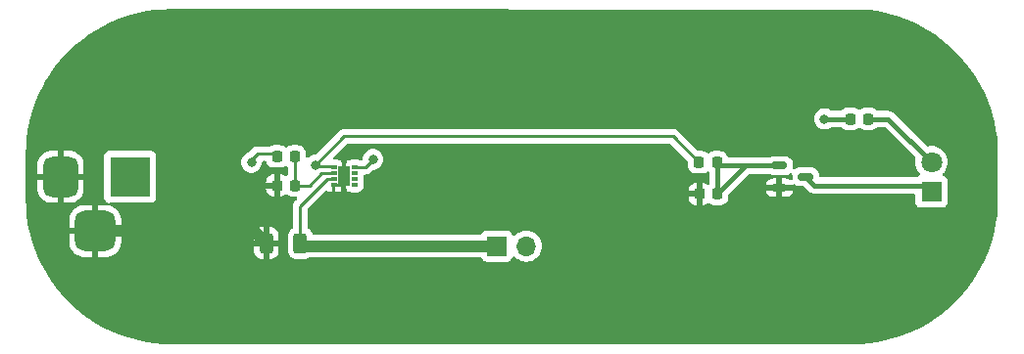
<source format=gbr>
%TF.GenerationSoftware,KiCad,Pcbnew,7.0.10*%
%TF.CreationDate,2024-11-23T20:10:39-08:00*%
%TF.ProjectId,charging-base rev1,63686172-6769-46e6-972d-626173652072,rev?*%
%TF.SameCoordinates,Original*%
%TF.FileFunction,Copper,L1,Top*%
%TF.FilePolarity,Positive*%
%FSLAX46Y46*%
G04 Gerber Fmt 4.6, Leading zero omitted, Abs format (unit mm)*
G04 Created by KiCad (PCBNEW 7.0.10) date 2024-11-23 20:10:39*
%MOMM*%
%LPD*%
G01*
G04 APERTURE LIST*
G04 Aperture macros list*
%AMRoundRect*
0 Rectangle with rounded corners*
0 $1 Rounding radius*
0 $2 $3 $4 $5 $6 $7 $8 $9 X,Y pos of 4 corners*
0 Add a 4 corners polygon primitive as box body*
4,1,4,$2,$3,$4,$5,$6,$7,$8,$9,$2,$3,0*
0 Add four circle primitives for the rounded corners*
1,1,$1+$1,$2,$3*
1,1,$1+$1,$4,$5*
1,1,$1+$1,$6,$7*
1,1,$1+$1,$8,$9*
0 Add four rect primitives between the rounded corners*
20,1,$1+$1,$2,$3,$4,$5,0*
20,1,$1+$1,$4,$5,$6,$7,0*
20,1,$1+$1,$6,$7,$8,$9,0*
20,1,$1+$1,$8,$9,$2,$3,0*%
G04 Aperture macros list end*
%TA.AperFunction,SMDPad,CuDef*%
%ADD10RoundRect,0.250000X-0.312500X-0.625000X0.312500X-0.625000X0.312500X0.625000X-0.312500X0.625000X0*%
%TD*%
%TA.AperFunction,SMDPad,CuDef*%
%ADD11RoundRect,0.225000X0.225000X0.250000X-0.225000X0.250000X-0.225000X-0.250000X0.225000X-0.250000X0*%
%TD*%
%TA.AperFunction,ComponentPad*%
%ADD12R,1.700000X1.700000*%
%TD*%
%TA.AperFunction,ComponentPad*%
%ADD13O,1.700000X1.700000*%
%TD*%
%TA.AperFunction,ComponentPad*%
%ADD14R,3.500000X3.500000*%
%TD*%
%TA.AperFunction,ComponentPad*%
%ADD15RoundRect,0.750000X-0.750000X-1.000000X0.750000X-1.000000X0.750000X1.000000X-0.750000X1.000000X0*%
%TD*%
%TA.AperFunction,ComponentPad*%
%ADD16RoundRect,0.875000X-0.875000X-0.875000X0.875000X-0.875000X0.875000X0.875000X-0.875000X0.875000X0*%
%TD*%
%TA.AperFunction,ComponentPad*%
%ADD17R,1.800000X1.800000*%
%TD*%
%TA.AperFunction,ComponentPad*%
%ADD18C,1.800000*%
%TD*%
%TA.AperFunction,SMDPad,CuDef*%
%ADD19RoundRect,0.225000X-0.225000X-0.250000X0.225000X-0.250000X0.225000X0.250000X-0.225000X0.250000X0*%
%TD*%
%TA.AperFunction,SMDPad,CuDef*%
%ADD20R,0.500000X0.300000*%
%TD*%
%TA.AperFunction,SMDPad,CuDef*%
%ADD21R,1.050000X1.750000*%
%TD*%
%TA.AperFunction,SMDPad,CuDef*%
%ADD22RoundRect,0.150000X-0.512500X-0.150000X0.512500X-0.150000X0.512500X0.150000X-0.512500X0.150000X0*%
%TD*%
%TA.AperFunction,ViaPad*%
%ADD23C,0.800000*%
%TD*%
%TA.AperFunction,Conductor*%
%ADD24C,0.250000*%
%TD*%
%TA.AperFunction,Conductor*%
%ADD25C,0.254000*%
%TD*%
%TA.AperFunction,Conductor*%
%ADD26C,0.381000*%
%TD*%
%TA.AperFunction,Conductor*%
%ADD27C,1.016000*%
%TD*%
G04 APERTURE END LIST*
D10*
%TO.P,R3,1*%
%TO.N,GND*%
X128787500Y-105750000D03*
%TO.P,R3,2*%
%TO.N,Net-(J2-Pin_1)*%
X131712500Y-105750000D03*
%TD*%
D11*
%TO.P,R4,1*%
%TO.N,Net-(Q1-G)*%
X167750000Y-101500000D03*
%TO.P,R4,2*%
%TO.N,GND*%
X166200000Y-101500000D03*
%TD*%
D12*
%TO.P,J2,1,Pin_1*%
%TO.N,Net-(J2-Pin_1)*%
X148710000Y-106000000D03*
D13*
%TO.P,J2,2,Pin_2*%
%TO.N,+VDC*%
X151250000Y-106000000D03*
%TD*%
D11*
%TO.P,R2,1*%
%TO.N,Net-(U1A--)*%
X131249999Y-98240001D03*
%TO.P,R2,2*%
%TO.N,/output-voltage*%
X129699999Y-98240001D03*
%TD*%
D14*
%TO.P,J1,1*%
%TO.N,+VDC*%
X117000000Y-100000000D03*
D15*
%TO.P,J1,2*%
%TO.N,GND*%
X111000000Y-100000000D03*
D16*
%TO.P,J1,3*%
X114000000Y-104700000D03*
%TD*%
D17*
%TO.P,D1,1,K*%
%TO.N,Net-(D1-K)*%
X186250000Y-101274999D03*
D18*
%TO.P,D1,2,A*%
%TO.N,Net-(D1-A)*%
X186250000Y-98734999D03*
%TD*%
D11*
%TO.P,R6,1*%
%TO.N,Net-(D1-A)*%
X180775000Y-95000000D03*
%TO.P,R6,2*%
%TO.N,+VDC*%
X179225000Y-95000000D03*
%TD*%
%TO.P,R1,1*%
%TO.N,Net-(U1A--)*%
X131250000Y-100750000D03*
%TO.P,R1,2*%
%TO.N,GND*%
X129700000Y-100750000D03*
%TD*%
D19*
%TO.P,R5,1*%
%TO.N,/output-voltage*%
X166175000Y-98750000D03*
%TO.P,R5,2*%
%TO.N,Net-(Q1-G)*%
X167725000Y-98750000D03*
%TD*%
D20*
%TO.P,U1,1*%
%TO.N,/output-voltage*%
X134600000Y-99187500D03*
%TO.P,U1,2,-*%
%TO.N,Net-(U1A--)*%
X134600000Y-99687500D03*
%TO.P,U1,3,+*%
%TO.N,Net-(J2-Pin_1)*%
X134600000Y-100187500D03*
%TO.P,U1,4,V-*%
%TO.N,GND*%
X134600000Y-100687500D03*
%TO.P,U1,5,+*%
%TO.N,unconnected-(U1B-+-Pad5)*%
X136400000Y-100687500D03*
%TO.P,U1,6,-*%
%TO.N,unconnected-(U1B---Pad6)*%
X136400000Y-100187500D03*
%TO.P,U1,7*%
%TO.N,unconnected-(U1-Pad7)*%
X136400000Y-99687500D03*
%TO.P,U1,8,V+*%
%TO.N,+VDC*%
X136400000Y-99187500D03*
D21*
%TO.P,U1,9,PAD*%
%TO.N,GND*%
X135500000Y-99937500D03*
%TD*%
D22*
%TO.P,Q1,1,D*%
%TO.N,Net-(D1-K)*%
X175387500Y-100000000D03*
%TO.P,Q1,2,G*%
%TO.N,Net-(Q1-G)*%
X173112500Y-99050000D03*
%TO.P,Q1,3,S*%
%TO.N,GND*%
X173112500Y-100950000D03*
%TD*%
D23*
%TO.N,+VDC*%
X138000000Y-98500000D03*
X177000000Y-95000000D03*
%TO.N,/output-voltage*%
X133000000Y-99000000D03*
X127500000Y-98750000D03*
%TD*%
D24*
%TO.N,GND*%
X135150000Y-100687500D02*
X135500000Y-100337500D01*
X134600000Y-100687500D02*
X135150000Y-100687500D01*
X135500000Y-100337500D02*
X135500000Y-99937500D01*
D25*
%TO.N,Net-(U1A--)*%
X132514067Y-100750000D02*
X131250000Y-100750000D01*
X133576567Y-99687500D02*
X132514067Y-100750000D01*
X134600000Y-99687500D02*
X133576567Y-99687500D01*
%TO.N,/output-voltage*%
X134512500Y-99100000D02*
X134600000Y-99187500D01*
X133100000Y-99100000D02*
X134512500Y-99100000D01*
X133000000Y-99000000D02*
X133100000Y-99100000D01*
D26*
%TO.N,Net-(D1-K)*%
X175387500Y-100000000D02*
X176137500Y-100750000D01*
X185725001Y-100750000D02*
X186250000Y-101274999D01*
X176137500Y-100750000D02*
X185725001Y-100750000D01*
%TO.N,Net-(D1-A)*%
X180775000Y-95000000D02*
X182515001Y-95000000D01*
X182515001Y-95000000D02*
X186250000Y-98734999D01*
D25*
%TO.N,+VDC*%
X137312500Y-99187500D02*
X138000000Y-98500000D01*
D26*
X179225000Y-95000000D02*
X177000000Y-95000000D01*
D25*
X136400000Y-99187500D02*
X137312500Y-99187500D01*
D27*
%TO.N,GND*%
X128787500Y-105750000D02*
X127737500Y-104700000D01*
X127737500Y-104700000D02*
X114000000Y-104700000D01*
D25*
%TO.N,Net-(J2-Pin_1)*%
X131712500Y-102537500D02*
X131712500Y-105750000D01*
X134062500Y-100187500D02*
X131712500Y-102537500D01*
X134600000Y-100187500D02*
X134062500Y-100187500D01*
D27*
X131962500Y-106000000D02*
X131712500Y-105750000D01*
X148710000Y-106000000D02*
X131962500Y-106000000D01*
D26*
%TO.N,Net-(Q1-G)*%
X167750000Y-98775000D02*
X167725000Y-98750000D01*
X170200000Y-99050000D02*
X167750000Y-101500000D01*
X173112500Y-99050000D02*
X170200000Y-99050000D01*
X167750000Y-101500000D02*
X167750000Y-98775000D01*
X168025000Y-99050000D02*
X173112500Y-99050000D01*
X167725000Y-98750000D02*
X168025000Y-99050000D01*
D25*
%TO.N,Net-(U1A--)*%
X131249999Y-98240001D02*
X131250000Y-100750000D01*
%TO.N,/output-voltage*%
X128000000Y-98000000D02*
X129459998Y-98000000D01*
X129459998Y-98000000D02*
X129699999Y-98240001D01*
X163925000Y-96500000D02*
X166175000Y-98750000D01*
X135500000Y-96500000D02*
X163925000Y-96500000D01*
X127500000Y-98500000D02*
X128000000Y-98000000D01*
X133000000Y-99000000D02*
X135500000Y-96500000D01*
X127500000Y-98750000D02*
X127500000Y-98500000D01*
%TD*%
%TA.AperFunction,Conductor*%
%TO.N,GND*%
G36*
X179424495Y-85508489D02*
G01*
X179424632Y-85508500D01*
X179433054Y-85508500D01*
X179497545Y-85508500D01*
X179498313Y-85508500D01*
X179501671Y-85508545D01*
X180172932Y-85526729D01*
X180179623Y-85527092D01*
X180847229Y-85581454D01*
X180853884Y-85582177D01*
X181517608Y-85672607D01*
X181524180Y-85673685D01*
X182181999Y-85799910D01*
X182188539Y-85801349D01*
X182838591Y-85963009D01*
X182845029Y-85964797D01*
X183485355Y-86161408D01*
X183491685Y-86163540D01*
X184120441Y-86394533D01*
X184126656Y-86397010D01*
X184741971Y-86661699D01*
X184748045Y-86664509D01*
X185133882Y-86855867D01*
X185348121Y-86962120D01*
X185354022Y-86965248D01*
X185937150Y-87294934D01*
X185942861Y-87298371D01*
X186507257Y-87659126D01*
X186512775Y-87662867D01*
X186842872Y-87899976D01*
X187056805Y-88053644D01*
X187062151Y-88057708D01*
X187584194Y-88477337D01*
X187589313Y-88481684D01*
X188087908Y-88928994D01*
X188092783Y-88933613D01*
X188566385Y-89407215D01*
X188571004Y-89412090D01*
X189018314Y-89910685D01*
X189022661Y-89915804D01*
X189442290Y-90437847D01*
X189446354Y-90443193D01*
X189683137Y-90772836D01*
X189837126Y-90987215D01*
X189840887Y-90992762D01*
X190201622Y-91557129D01*
X190205084Y-91562883D01*
X190534733Y-92145944D01*
X190537879Y-92151877D01*
X190835484Y-92751943D01*
X190838304Y-92758038D01*
X191102984Y-93373330D01*
X191105470Y-93379569D01*
X191336453Y-94008296D01*
X191338597Y-94014660D01*
X191535197Y-94654953D01*
X191536994Y-94661424D01*
X191698648Y-95311450D01*
X191700091Y-95318009D01*
X191826308Y-95975791D01*
X191827395Y-95982418D01*
X191917820Y-96646103D01*
X191918546Y-96652779D01*
X191972906Y-97320368D01*
X191973270Y-97327074D01*
X191991455Y-97998338D01*
X191991500Y-98001696D01*
X191991500Y-101998303D01*
X191991455Y-102001661D01*
X191973270Y-102672925D01*
X191972906Y-102679631D01*
X191918546Y-103347220D01*
X191917820Y-103353896D01*
X191827396Y-104017581D01*
X191826309Y-104024208D01*
X191700091Y-104681990D01*
X191698648Y-104688549D01*
X191536994Y-105338575D01*
X191535197Y-105345046D01*
X191338597Y-105985339D01*
X191336453Y-105991703D01*
X191105470Y-106620430D01*
X191102984Y-106626669D01*
X190838304Y-107241961D01*
X190835484Y-107248056D01*
X190537879Y-107848122D01*
X190534733Y-107854055D01*
X190205084Y-108437116D01*
X190201622Y-108442870D01*
X189840895Y-109007223D01*
X189837126Y-109012782D01*
X189446346Y-109556818D01*
X189442282Y-109562164D01*
X189022661Y-110084195D01*
X189018314Y-110089314D01*
X188571005Y-110587909D01*
X188566386Y-110592784D01*
X188092784Y-111066386D01*
X188087909Y-111071005D01*
X187589314Y-111518314D01*
X187584195Y-111522661D01*
X187062164Y-111942282D01*
X187056818Y-111946346D01*
X186512782Y-112337126D01*
X186507223Y-112340895D01*
X185942870Y-112701622D01*
X185937116Y-112705084D01*
X185354055Y-113034733D01*
X185348122Y-113037879D01*
X184748056Y-113335484D01*
X184741961Y-113338304D01*
X184126669Y-113602984D01*
X184120430Y-113605470D01*
X183491703Y-113836453D01*
X183485339Y-113838597D01*
X182845046Y-114035197D01*
X182838575Y-114036994D01*
X182188549Y-114198648D01*
X182181990Y-114200091D01*
X181524208Y-114326309D01*
X181517581Y-114327396D01*
X180853896Y-114417820D01*
X180847220Y-114418546D01*
X180179631Y-114472906D01*
X180172925Y-114473270D01*
X179501661Y-114491455D01*
X179498303Y-114491500D01*
X120501698Y-114491500D01*
X120498340Y-114491455D01*
X119827075Y-114473270D01*
X119820369Y-114472906D01*
X119152780Y-114418546D01*
X119146104Y-114417820D01*
X118482419Y-114327396D01*
X118475792Y-114326309D01*
X117818010Y-114200091D01*
X117811451Y-114198648D01*
X117161425Y-114036994D01*
X117154954Y-114035197D01*
X116514661Y-113838597D01*
X116508297Y-113836453D01*
X115879570Y-113605470D01*
X115873331Y-113602984D01*
X115258039Y-113338305D01*
X115251944Y-113335485D01*
X114651878Y-113037879D01*
X114645964Y-113034744D01*
X114062860Y-112705072D01*
X114057130Y-112701623D01*
X113492776Y-112340895D01*
X113492751Y-112340878D01*
X113487216Y-112337126D01*
X113273271Y-112183450D01*
X112943194Y-111946355D01*
X112937848Y-111942291D01*
X112415805Y-111522662D01*
X112410686Y-111518315D01*
X111912091Y-111071005D01*
X111907216Y-111066386D01*
X111433614Y-110592784D01*
X111428995Y-110587909D01*
X110981685Y-110089314D01*
X110977338Y-110084195D01*
X110557709Y-109562152D01*
X110553645Y-109556806D01*
X110399664Y-109342439D01*
X110162867Y-109012776D01*
X110159126Y-109007258D01*
X109798372Y-108442863D01*
X109794915Y-108437116D01*
X109465266Y-107854055D01*
X109462120Y-107848122D01*
X109217881Y-107355659D01*
X109164510Y-107248046D01*
X109161695Y-107241961D01*
X109146890Y-107207544D01*
X108897010Y-106626657D01*
X108894529Y-106620430D01*
X108860498Y-106527799D01*
X108663540Y-105991686D01*
X108661408Y-105985356D01*
X108464797Y-105345030D01*
X108463009Y-105338592D01*
X108301349Y-104688540D01*
X108299908Y-104681990D01*
X108296636Y-104664936D01*
X108255393Y-104450000D01*
X111750000Y-104450000D01*
X112566314Y-104450000D01*
X112540507Y-104490156D01*
X112500000Y-104628111D01*
X112500000Y-104771889D01*
X112540507Y-104909844D01*
X112566314Y-104950000D01*
X111750001Y-104950000D01*
X111750001Y-105668588D01*
X111752794Y-105721191D01*
X111797237Y-105950987D01*
X111879879Y-106169975D01*
X111998339Y-106371841D01*
X111998344Y-106371848D01*
X112149211Y-106550786D01*
X112149213Y-106550788D01*
X112328151Y-106701655D01*
X112328158Y-106701660D01*
X112530024Y-106820120D01*
X112749012Y-106902762D01*
X112978809Y-106947205D01*
X113031382Y-106949998D01*
X113031421Y-106949999D01*
X113749999Y-106949999D01*
X113750000Y-106949998D01*
X113750000Y-105200000D01*
X114250000Y-105200000D01*
X114250000Y-106949999D01*
X114968576Y-106949999D01*
X114968588Y-106949998D01*
X115021191Y-106947205D01*
X115250987Y-106902762D01*
X115469975Y-106820120D01*
X115671841Y-106701660D01*
X115671848Y-106701655D01*
X115850786Y-106550788D01*
X115850788Y-106550786D01*
X116001655Y-106371848D01*
X116001660Y-106371841D01*
X116120120Y-106169975D01*
X116184265Y-106000000D01*
X127725001Y-106000000D01*
X127725001Y-106424986D01*
X127735494Y-106527697D01*
X127790641Y-106694119D01*
X127790643Y-106694124D01*
X127882684Y-106843345D01*
X128006654Y-106967315D01*
X128155875Y-107059356D01*
X128155880Y-107059358D01*
X128322302Y-107114505D01*
X128322309Y-107114506D01*
X128425019Y-107124999D01*
X128537499Y-107124999D01*
X128537500Y-107124998D01*
X128537500Y-106000000D01*
X129037500Y-106000000D01*
X129037500Y-107124999D01*
X129149972Y-107124999D01*
X129149986Y-107124998D01*
X129252697Y-107114505D01*
X129419119Y-107059358D01*
X129419124Y-107059356D01*
X129568345Y-106967315D01*
X129692315Y-106843345D01*
X129784356Y-106694124D01*
X129784358Y-106694119D01*
X129839505Y-106527697D01*
X129839506Y-106527690D01*
X129849999Y-106424986D01*
X129850000Y-106424973D01*
X129850000Y-106000000D01*
X129037500Y-106000000D01*
X128537500Y-106000000D01*
X127725001Y-106000000D01*
X116184265Y-106000000D01*
X116202762Y-105950987D01*
X116247205Y-105721191D01*
X116247205Y-105721190D01*
X116249998Y-105668617D01*
X116250000Y-105668578D01*
X116250000Y-105500000D01*
X127725000Y-105500000D01*
X128537500Y-105500000D01*
X128537500Y-104375000D01*
X129037500Y-104375000D01*
X129037500Y-105500000D01*
X129849999Y-105500000D01*
X129849999Y-105075028D01*
X129849998Y-105075013D01*
X129839505Y-104972302D01*
X129784358Y-104805880D01*
X129784356Y-104805875D01*
X129692315Y-104656654D01*
X129568345Y-104532684D01*
X129419124Y-104440643D01*
X129419119Y-104440641D01*
X129252697Y-104385494D01*
X129252690Y-104385493D01*
X129149986Y-104375000D01*
X129037500Y-104375000D01*
X128537500Y-104375000D01*
X128425027Y-104375000D01*
X128425012Y-104375001D01*
X128322302Y-104385494D01*
X128155880Y-104440641D01*
X128155875Y-104440643D01*
X128006654Y-104532684D01*
X127882684Y-104656654D01*
X127790643Y-104805875D01*
X127790641Y-104805880D01*
X127735494Y-104972302D01*
X127735493Y-104972309D01*
X127725000Y-105075013D01*
X127725000Y-105500000D01*
X116250000Y-105500000D01*
X116250000Y-104950000D01*
X115433686Y-104950000D01*
X115459493Y-104909844D01*
X115500000Y-104771889D01*
X115500000Y-104628111D01*
X115459493Y-104490156D01*
X115433686Y-104450000D01*
X116249999Y-104450000D01*
X116249999Y-103731423D01*
X116249998Y-103731411D01*
X116247205Y-103678808D01*
X116202762Y-103449012D01*
X116120120Y-103230024D01*
X116001660Y-103028158D01*
X116001655Y-103028151D01*
X115850788Y-102849213D01*
X115850786Y-102849211D01*
X115671848Y-102698344D01*
X115671841Y-102698339D01*
X115469975Y-102579879D01*
X115250984Y-102497236D01*
X115245840Y-102496241D01*
X115183760Y-102464180D01*
X115148869Y-102403646D01*
X115152244Y-102333858D01*
X115192814Y-102276973D01*
X115257697Y-102251052D01*
X115269374Y-102250499D01*
X118797872Y-102250499D01*
X118857483Y-102244091D01*
X118992331Y-102193796D01*
X119107546Y-102107546D01*
X119193796Y-101992331D01*
X119244091Y-101857483D01*
X119250500Y-101797873D01*
X119250500Y-101000000D01*
X128750001Y-101000000D01*
X128750001Y-101048322D01*
X128760144Y-101147607D01*
X128813452Y-101308481D01*
X128813457Y-101308492D01*
X128902424Y-101452728D01*
X128902427Y-101452732D01*
X129022267Y-101572572D01*
X129022271Y-101572575D01*
X129166507Y-101661542D01*
X129166518Y-101661547D01*
X129327393Y-101714855D01*
X129426683Y-101724999D01*
X129450000Y-101724998D01*
X129450000Y-101000000D01*
X128750001Y-101000000D01*
X119250500Y-101000000D01*
X119250500Y-100500000D01*
X128750000Y-100500000D01*
X129450000Y-100500000D01*
X129450000Y-99774999D01*
X129426693Y-99775000D01*
X129426674Y-99775001D01*
X129327392Y-99785144D01*
X129166518Y-99838452D01*
X129166507Y-99838457D01*
X129022271Y-99927424D01*
X129022267Y-99927427D01*
X128902427Y-100047267D01*
X128902424Y-100047271D01*
X128813457Y-100191507D01*
X128813452Y-100191518D01*
X128760144Y-100352393D01*
X128750000Y-100451677D01*
X128750000Y-100500000D01*
X119250500Y-100500000D01*
X119250499Y-98750000D01*
X126594540Y-98750000D01*
X126614326Y-98938256D01*
X126614327Y-98938259D01*
X126672818Y-99118277D01*
X126672821Y-99118284D01*
X126767467Y-99282216D01*
X126876984Y-99403847D01*
X126894129Y-99422888D01*
X127047265Y-99534148D01*
X127047270Y-99534151D01*
X127220192Y-99611142D01*
X127220197Y-99611144D01*
X127405354Y-99650500D01*
X127405355Y-99650500D01*
X127594644Y-99650500D01*
X127594646Y-99650500D01*
X127779803Y-99611144D01*
X127952730Y-99534151D01*
X128105871Y-99422888D01*
X128232533Y-99282216D01*
X128327179Y-99118284D01*
X128385674Y-98938256D01*
X128405460Y-98750000D01*
X128405459Y-98749998D01*
X128406139Y-98743537D01*
X128407748Y-98743706D01*
X128425145Y-98684461D01*
X128477949Y-98638706D01*
X128529460Y-98627500D01*
X128666726Y-98627500D01*
X128733765Y-98647185D01*
X128779520Y-98699989D01*
X128784430Y-98712491D01*
X128811826Y-98795168D01*
X128812995Y-98798695D01*
X128813000Y-98798706D01*
X128902028Y-98943041D01*
X128902031Y-98943045D01*
X129021954Y-99062968D01*
X129021958Y-99062971D01*
X129166293Y-99151999D01*
X129166296Y-99152000D01*
X129166302Y-99152004D01*
X129327291Y-99205350D01*
X129426654Y-99215501D01*
X129973343Y-99215500D01*
X129973351Y-99215499D01*
X129973354Y-99215499D01*
X130027759Y-99209941D01*
X130072707Y-99205350D01*
X130233696Y-99152004D01*
X130378043Y-99062969D01*
X130387318Y-99053694D01*
X130448641Y-99020209D01*
X130518333Y-99025193D01*
X130562680Y-99053694D01*
X130571955Y-99062969D01*
X130571961Y-99062972D01*
X130575404Y-99065695D01*
X130615784Y-99122715D01*
X130622499Y-99162966D01*
X130622499Y-99827034D01*
X130602814Y-99894073D01*
X130575416Y-99924295D01*
X130571957Y-99927029D01*
X130562324Y-99936663D01*
X130501000Y-99970146D01*
X130431308Y-99965159D01*
X130386965Y-99936660D01*
X130377732Y-99927427D01*
X130377728Y-99927424D01*
X130233492Y-99838457D01*
X130233481Y-99838452D01*
X130072606Y-99785144D01*
X129973322Y-99775000D01*
X129950000Y-99775000D01*
X129950000Y-101724999D01*
X129973308Y-101724999D01*
X129973322Y-101724998D01*
X130072607Y-101714855D01*
X130233481Y-101661547D01*
X130233492Y-101661542D01*
X130377731Y-101572573D01*
X130386959Y-101563345D01*
X130448279Y-101529856D01*
X130517971Y-101534835D01*
X130562327Y-101563339D01*
X130571955Y-101572967D01*
X130571959Y-101572970D01*
X130716294Y-101661998D01*
X130716297Y-101661999D01*
X130716303Y-101662003D01*
X130877292Y-101715349D01*
X130976655Y-101725500D01*
X131337719Y-101725499D01*
X131404757Y-101745183D01*
X131450512Y-101797987D01*
X131460456Y-101867146D01*
X131431431Y-101930701D01*
X131425399Y-101937180D01*
X131327453Y-102035126D01*
X131315169Y-102044969D01*
X131315349Y-102045187D01*
X131309337Y-102050160D01*
X131263146Y-102099347D01*
X131260441Y-102102138D01*
X131240879Y-102121700D01*
X131240875Y-102121705D01*
X131238395Y-102124903D01*
X131230817Y-102133774D01*
X131200808Y-102165730D01*
X131200805Y-102165734D01*
X131191106Y-102183377D01*
X131180428Y-102199633D01*
X131168094Y-102215534D01*
X131168089Y-102215542D01*
X131150685Y-102255762D01*
X131145546Y-102266252D01*
X131124427Y-102304667D01*
X131119420Y-102324168D01*
X131113121Y-102342564D01*
X131108289Y-102353733D01*
X131105125Y-102361044D01*
X131105124Y-102361046D01*
X131098269Y-102404331D01*
X131095901Y-102415767D01*
X131085000Y-102458223D01*
X131085000Y-102478358D01*
X131083473Y-102497757D01*
X131080325Y-102517631D01*
X131084450Y-102561267D01*
X131085000Y-102572937D01*
X131085000Y-104368306D01*
X131065315Y-104435345D01*
X131026096Y-104473845D01*
X130931344Y-104532287D01*
X130807289Y-104656342D01*
X130715187Y-104805663D01*
X130715185Y-104805668D01*
X130708459Y-104825967D01*
X130660001Y-104972203D01*
X130660001Y-104972204D01*
X130660000Y-104972204D01*
X130649500Y-105074983D01*
X130649500Y-106425001D01*
X130649501Y-106425018D01*
X130660000Y-106527796D01*
X130660001Y-106527799D01*
X130715185Y-106694331D01*
X130715187Y-106694336D01*
X130750069Y-106750888D01*
X130807288Y-106843656D01*
X130931344Y-106967712D01*
X131080666Y-107059814D01*
X131247203Y-107114999D01*
X131349991Y-107125500D01*
X132075008Y-107125499D01*
X132075016Y-107125498D01*
X132075019Y-107125498D01*
X132131302Y-107119748D01*
X132177797Y-107114999D01*
X132344334Y-107059814D01*
X132378901Y-107038493D01*
X132397598Y-107026961D01*
X132462694Y-107008500D01*
X147298842Y-107008500D01*
X147365881Y-107028185D01*
X147411636Y-107080989D01*
X147415026Y-107089172D01*
X147416204Y-107092331D01*
X147416206Y-107092335D01*
X147502452Y-107207544D01*
X147502455Y-107207547D01*
X147617664Y-107293793D01*
X147617671Y-107293797D01*
X147752517Y-107344091D01*
X147752516Y-107344091D01*
X147759444Y-107344835D01*
X147812127Y-107350500D01*
X149607872Y-107350499D01*
X149667483Y-107344091D01*
X149802331Y-107293796D01*
X149917546Y-107207546D01*
X150003796Y-107092331D01*
X150052810Y-106960916D01*
X150094681Y-106904984D01*
X150160145Y-106880566D01*
X150228418Y-106895417D01*
X150256673Y-106916569D01*
X150378599Y-107038495D01*
X150475384Y-107106265D01*
X150572165Y-107174032D01*
X150572167Y-107174033D01*
X150572170Y-107174035D01*
X150786337Y-107273903D01*
X151014592Y-107335063D01*
X151191034Y-107350500D01*
X151249999Y-107355659D01*
X151250000Y-107355659D01*
X151250001Y-107355659D01*
X151308966Y-107350500D01*
X151485408Y-107335063D01*
X151713663Y-107273903D01*
X151927830Y-107174035D01*
X152121401Y-107038495D01*
X152288495Y-106871401D01*
X152424035Y-106677830D01*
X152523903Y-106463663D01*
X152585063Y-106235408D01*
X152605659Y-106000000D01*
X152585063Y-105764592D01*
X152523903Y-105536337D01*
X152424035Y-105322171D01*
X152338491Y-105200000D01*
X152288494Y-105128597D01*
X152121402Y-104961506D01*
X152121395Y-104961501D01*
X151927834Y-104825967D01*
X151927830Y-104825965D01*
X151927828Y-104825964D01*
X151713663Y-104726097D01*
X151713659Y-104726096D01*
X151713655Y-104726094D01*
X151485413Y-104664938D01*
X151485403Y-104664936D01*
X151250001Y-104644341D01*
X151249999Y-104644341D01*
X151014596Y-104664936D01*
X151014586Y-104664938D01*
X150786344Y-104726094D01*
X150786335Y-104726098D01*
X150572171Y-104825964D01*
X150572169Y-104825965D01*
X150378600Y-104961503D01*
X150256673Y-105083430D01*
X150195350Y-105116914D01*
X150125658Y-105111930D01*
X150069725Y-105070058D01*
X150052810Y-105039081D01*
X150003797Y-104907671D01*
X150003793Y-104907664D01*
X149917547Y-104792455D01*
X149917544Y-104792452D01*
X149802335Y-104706206D01*
X149802328Y-104706202D01*
X149667482Y-104655908D01*
X149667483Y-104655908D01*
X149607883Y-104649501D01*
X149607881Y-104649500D01*
X149607873Y-104649500D01*
X149607864Y-104649500D01*
X147812129Y-104649500D01*
X147812123Y-104649501D01*
X147752516Y-104655908D01*
X147617671Y-104706202D01*
X147617664Y-104706206D01*
X147502455Y-104792452D01*
X147502452Y-104792455D01*
X147416206Y-104907664D01*
X147416204Y-104907668D01*
X147415026Y-104910828D01*
X147413003Y-104913529D01*
X147411953Y-104915454D01*
X147411676Y-104915302D01*
X147373157Y-104966764D01*
X147307694Y-104991184D01*
X147298842Y-104991500D01*
X132860934Y-104991500D01*
X132793895Y-104971815D01*
X132748140Y-104919011D01*
X132743228Y-104906504D01*
X132709814Y-104805666D01*
X132617712Y-104656344D01*
X132493656Y-104532288D01*
X132493655Y-104532287D01*
X132398904Y-104473845D01*
X132352179Y-104421897D01*
X132340000Y-104368306D01*
X132340000Y-102848780D01*
X132359685Y-102781741D01*
X132376314Y-102761104D01*
X133387417Y-101750000D01*
X165250001Y-101750000D01*
X165250001Y-101798322D01*
X165260144Y-101897607D01*
X165313452Y-102058481D01*
X165313457Y-102058492D01*
X165402424Y-102202728D01*
X165402427Y-102202732D01*
X165522267Y-102322572D01*
X165522271Y-102322575D01*
X165666507Y-102411542D01*
X165666518Y-102411547D01*
X165827393Y-102464855D01*
X165926683Y-102474999D01*
X165950000Y-102474998D01*
X165950000Y-101750000D01*
X165250001Y-101750000D01*
X133387417Y-101750000D01*
X133888196Y-101249221D01*
X133949515Y-101215739D01*
X134019206Y-101220723D01*
X134050185Y-101237639D01*
X134107910Y-101280852D01*
X134107913Y-101280854D01*
X134242620Y-101331096D01*
X134242627Y-101331098D01*
X134302155Y-101337499D01*
X134302172Y-101337500D01*
X134450000Y-101337500D01*
X134450000Y-100961999D01*
X134469685Y-100894960D01*
X134522489Y-100849205D01*
X134573997Y-100837999D01*
X134626001Y-100837999D01*
X134693039Y-100857684D01*
X134738794Y-100910488D01*
X134750000Y-100961999D01*
X134750000Y-101337500D01*
X134897828Y-101337500D01*
X134897844Y-101337499D01*
X134957372Y-101331098D01*
X134957379Y-101331096D01*
X134986279Y-101320318D01*
X135029612Y-101312500D01*
X135250000Y-101312500D01*
X135250000Y-100885370D01*
X135649500Y-100885370D01*
X135649501Y-100885376D01*
X135655908Y-100944983D01*
X135700373Y-101064197D01*
X135706204Y-101079831D01*
X135723094Y-101102393D01*
X135725266Y-101105294D01*
X135749684Y-101170758D01*
X135750000Y-101179606D01*
X135750000Y-101312500D01*
X135968959Y-101312500D01*
X136012292Y-101320318D01*
X136042517Y-101331591D01*
X136102127Y-101338000D01*
X136697872Y-101337999D01*
X136757483Y-101331591D01*
X136892331Y-101281296D01*
X136934137Y-101250000D01*
X165250000Y-101250000D01*
X165950000Y-101250000D01*
X165950000Y-100524999D01*
X165926693Y-100525000D01*
X165926674Y-100525001D01*
X165827392Y-100535144D01*
X165666518Y-100588452D01*
X165666507Y-100588457D01*
X165522271Y-100677424D01*
X165522267Y-100677427D01*
X165402427Y-100797267D01*
X165402424Y-100797271D01*
X165313457Y-100941507D01*
X165313452Y-100941518D01*
X165260144Y-101102393D01*
X165250000Y-101201677D01*
X165250000Y-101250000D01*
X136934137Y-101250000D01*
X137007546Y-101195046D01*
X137093796Y-101079831D01*
X137144091Y-100944983D01*
X137150500Y-100885373D01*
X137150499Y-100489628D01*
X137150499Y-100489627D01*
X137150498Y-100489611D01*
X137146320Y-100450753D01*
X137146320Y-100424245D01*
X137150500Y-100385373D01*
X137150499Y-99989628D01*
X137150499Y-99989627D01*
X137150498Y-99989613D01*
X137146665Y-99953964D01*
X137159069Y-99885204D01*
X137206679Y-99834066D01*
X137266058Y-99816768D01*
X137316009Y-99815199D01*
X137320421Y-99815061D01*
X137324313Y-99815000D01*
X137351972Y-99815000D01*
X137351976Y-99815000D01*
X137355974Y-99814494D01*
X137367614Y-99813577D01*
X137411443Y-99812201D01*
X137430772Y-99806584D01*
X137449828Y-99802637D01*
X137469793Y-99800116D01*
X137510555Y-99783976D01*
X137521592Y-99780198D01*
X137563691Y-99767968D01*
X137581015Y-99757721D01*
X137598483Y-99749163D01*
X137617203Y-99741753D01*
X137652677Y-99715978D01*
X137662415Y-99709581D01*
X137700156Y-99687263D01*
X137714397Y-99673020D01*
X137729178Y-99660397D01*
X137745467Y-99648563D01*
X137773404Y-99614790D01*
X137781246Y-99606171D01*
X137950601Y-99436817D01*
X138011924Y-99403334D01*
X138038281Y-99400500D01*
X138094644Y-99400500D01*
X138094646Y-99400500D01*
X138279803Y-99361144D01*
X138452730Y-99284151D01*
X138605871Y-99172888D01*
X138732533Y-99032216D01*
X138827179Y-98868284D01*
X138885674Y-98688256D01*
X138905460Y-98500000D01*
X138885674Y-98311744D01*
X138827179Y-98131716D01*
X138732533Y-97967784D01*
X138605871Y-97827112D01*
X138605870Y-97827111D01*
X138452734Y-97715851D01*
X138452729Y-97715848D01*
X138279807Y-97638857D01*
X138279802Y-97638855D01*
X138134001Y-97607865D01*
X138094646Y-97599500D01*
X137905354Y-97599500D01*
X137872897Y-97606398D01*
X137720197Y-97638855D01*
X137720192Y-97638857D01*
X137547270Y-97715848D01*
X137547265Y-97715851D01*
X137394129Y-97827111D01*
X137267466Y-97967785D01*
X137172821Y-98131715D01*
X137172818Y-98131722D01*
X137114327Y-98311740D01*
X137114326Y-98311744D01*
X137099904Y-98448963D01*
X137073321Y-98513576D01*
X137016023Y-98553561D01*
X136976584Y-98560000D01*
X136824338Y-98560000D01*
X136781005Y-98552182D01*
X136757486Y-98543410D01*
X136757485Y-98543409D01*
X136757483Y-98543409D01*
X136697873Y-98537000D01*
X136697863Y-98537000D01*
X136102129Y-98537000D01*
X136102123Y-98537001D01*
X136042516Y-98543408D01*
X136012292Y-98554682D01*
X135968959Y-98562500D01*
X135750000Y-98562500D01*
X135750000Y-98695393D01*
X135730315Y-98762432D01*
X135725267Y-98769704D01*
X135706204Y-98795168D01*
X135706202Y-98795171D01*
X135655910Y-98930013D01*
X135655909Y-98930017D01*
X135649500Y-98989627D01*
X135649500Y-98989634D01*
X135649500Y-98989635D01*
X135649500Y-99385369D01*
X135649501Y-99385378D01*
X135653679Y-99424245D01*
X135653679Y-99450750D01*
X135649500Y-99489622D01*
X135649500Y-99885369D01*
X135649501Y-99885378D01*
X135653679Y-99924245D01*
X135653679Y-99950750D01*
X135649500Y-99989622D01*
X135649500Y-100385369D01*
X135649501Y-100385378D01*
X135653679Y-100424245D01*
X135653679Y-100450750D01*
X135649500Y-100489622D01*
X135649500Y-100885370D01*
X135250000Y-100885370D01*
X135250000Y-100679606D01*
X135269685Y-100612567D01*
X135274734Y-100605294D01*
X135293796Y-100579831D01*
X135344091Y-100444983D01*
X135350500Y-100385373D01*
X135350499Y-99989628D01*
X135350499Y-99989627D01*
X135350498Y-99989611D01*
X135346320Y-99950753D01*
X135346320Y-99924245D01*
X135350500Y-99885373D01*
X135350499Y-99489628D01*
X135350499Y-99489627D01*
X135350498Y-99489611D01*
X135346320Y-99450753D01*
X135346320Y-99424245D01*
X135350500Y-99385373D01*
X135350499Y-98989628D01*
X135344977Y-98938256D01*
X135344091Y-98930016D01*
X135293797Y-98795171D01*
X135293795Y-98795168D01*
X135274733Y-98769704D01*
X135250316Y-98704239D01*
X135250000Y-98695393D01*
X135250000Y-98562500D01*
X135031041Y-98562500D01*
X134987708Y-98554682D01*
X134957482Y-98543408D01*
X134957483Y-98543408D01*
X134897883Y-98537001D01*
X134897881Y-98537000D01*
X134897873Y-98537000D01*
X134897865Y-98537000D01*
X134822778Y-98537000D01*
X134763041Y-98521662D01*
X134745338Y-98511929D01*
X134745328Y-98511926D01*
X134725834Y-98506920D01*
X134707433Y-98500620D01*
X134688959Y-98492626D01*
X134688953Y-98492624D01*
X134675380Y-98490475D01*
X134612246Y-98460546D01*
X134575314Y-98401235D01*
X134576312Y-98331372D01*
X134607095Y-98280323D01*
X135723600Y-97163819D01*
X135784923Y-97130334D01*
X135811281Y-97127500D01*
X163613719Y-97127500D01*
X163680758Y-97147185D01*
X163701400Y-97163819D01*
X165188181Y-98650600D01*
X165221666Y-98711923D01*
X165224500Y-98738281D01*
X165224500Y-99048336D01*
X165224501Y-99048355D01*
X165234650Y-99147707D01*
X165234651Y-99147710D01*
X165287996Y-99308694D01*
X165288001Y-99308705D01*
X165377029Y-99453040D01*
X165377032Y-99453044D01*
X165496955Y-99572967D01*
X165496959Y-99572970D01*
X165641294Y-99661998D01*
X165641297Y-99661999D01*
X165641303Y-99662003D01*
X165802292Y-99715349D01*
X165901655Y-99725500D01*
X166448344Y-99725499D01*
X166448352Y-99725498D01*
X166448355Y-99725498D01*
X166523273Y-99717845D01*
X166547708Y-99715349D01*
X166708697Y-99662003D01*
X166853044Y-99572968D01*
X166853051Y-99572960D01*
X166858085Y-99568981D01*
X166922879Y-99542838D01*
X166991522Y-99555875D01*
X167042219Y-99603954D01*
X167059000Y-99666244D01*
X167059000Y-100567059D01*
X167039315Y-100634098D01*
X166986511Y-100679853D01*
X166917353Y-100689797D01*
X166869903Y-100672597D01*
X166733492Y-100588457D01*
X166733481Y-100588452D01*
X166572606Y-100535144D01*
X166473322Y-100525000D01*
X166450000Y-100525000D01*
X166450000Y-102474999D01*
X166473308Y-102474999D01*
X166473322Y-102474998D01*
X166572607Y-102464855D01*
X166733481Y-102411547D01*
X166733492Y-102411542D01*
X166877731Y-102322573D01*
X166886959Y-102313345D01*
X166948279Y-102279856D01*
X167017971Y-102284835D01*
X167062327Y-102313339D01*
X167071955Y-102322967D01*
X167071959Y-102322970D01*
X167216294Y-102411998D01*
X167216297Y-102411999D01*
X167216303Y-102412003D01*
X167377292Y-102465349D01*
X167476655Y-102475500D01*
X168023344Y-102475499D01*
X168023352Y-102475498D01*
X168023355Y-102475498D01*
X168077760Y-102469940D01*
X168122708Y-102465349D01*
X168283697Y-102412003D01*
X168428044Y-102322968D01*
X168547968Y-102203044D01*
X168637003Y-102058697D01*
X168690349Y-101897708D01*
X168700500Y-101798345D01*
X168700499Y-101578083D01*
X168720183Y-101511044D01*
X168736813Y-101490407D01*
X169027219Y-101200001D01*
X171952704Y-101200001D01*
X171952899Y-101202486D01*
X171998718Y-101360198D01*
X172082314Y-101501552D01*
X172082321Y-101501561D01*
X172198438Y-101617678D01*
X172198447Y-101617685D01*
X172339803Y-101701282D01*
X172339806Y-101701283D01*
X172497504Y-101747099D01*
X172497510Y-101747100D01*
X172534350Y-101749999D01*
X172534366Y-101750000D01*
X172862500Y-101750000D01*
X172862500Y-101200000D01*
X173362500Y-101200000D01*
X173362500Y-101750000D01*
X173690634Y-101750000D01*
X173690649Y-101749999D01*
X173727489Y-101747100D01*
X173727495Y-101747099D01*
X173885193Y-101701283D01*
X173885196Y-101701282D01*
X174026552Y-101617685D01*
X174026561Y-101617678D01*
X174142678Y-101501561D01*
X174142685Y-101501552D01*
X174226281Y-101360198D01*
X174272100Y-101202486D01*
X174272295Y-101200001D01*
X174272295Y-101200000D01*
X173362500Y-101200000D01*
X172862500Y-101200000D01*
X171952705Y-101200000D01*
X171952704Y-101200001D01*
X169027219Y-101200001D01*
X169527223Y-100699998D01*
X171952704Y-100699998D01*
X171952705Y-100700000D01*
X172862500Y-100700000D01*
X172862500Y-100150000D01*
X172534350Y-100150000D01*
X172497510Y-100152899D01*
X172497504Y-100152900D01*
X172339806Y-100198716D01*
X172339803Y-100198717D01*
X172198447Y-100282314D01*
X172198438Y-100282321D01*
X172082321Y-100398438D01*
X172082314Y-100398447D01*
X171998718Y-100539801D01*
X171952899Y-100697513D01*
X171952704Y-100699998D01*
X169527223Y-100699998D01*
X170449903Y-99777319D01*
X170511226Y-99743834D01*
X170537584Y-99741000D01*
X172202967Y-99741000D01*
X172266087Y-99758267D01*
X172339602Y-99801744D01*
X172356265Y-99806585D01*
X172497426Y-99847597D01*
X172497429Y-99847597D01*
X172497431Y-99847598D01*
X172534306Y-99850500D01*
X172534314Y-99850500D01*
X173690686Y-99850500D01*
X173690694Y-99850500D01*
X173727569Y-99847598D01*
X173727571Y-99847597D01*
X173727573Y-99847597D01*
X173798350Y-99827034D01*
X173885398Y-99801744D01*
X174014322Y-99725499D01*
X174033580Y-99714110D01*
X174034655Y-99715928D01*
X174089532Y-99694381D01*
X174158050Y-99708059D01*
X174208296Y-99756609D01*
X174224500Y-99817895D01*
X174224500Y-100182742D01*
X174204815Y-100249781D01*
X174152011Y-100295536D01*
X174082853Y-100305480D01*
X174034142Y-100284814D01*
X174033271Y-100286288D01*
X173885196Y-100198717D01*
X173885193Y-100198716D01*
X173727495Y-100152900D01*
X173727489Y-100152899D01*
X173690649Y-100150000D01*
X173362500Y-100150000D01*
X173362500Y-100700000D01*
X174272294Y-100700000D01*
X174296557Y-100673752D01*
X174356518Y-100637885D01*
X174426352Y-100640129D01*
X174466012Y-100664530D01*
X174466969Y-100663298D01*
X174473132Y-100668078D01*
X174473135Y-100668081D01*
X174614602Y-100751744D01*
X174656224Y-100763836D01*
X174772426Y-100797597D01*
X174772429Y-100797597D01*
X174772431Y-100797598D01*
X174809306Y-100800500D01*
X175159416Y-100800500D01*
X175226455Y-100820185D01*
X175247097Y-100836819D01*
X175631479Y-101221201D01*
X175636599Y-101226639D01*
X175657295Y-101250000D01*
X175675917Y-101271020D01*
X175724714Y-101304703D01*
X175730733Y-101309132D01*
X175777394Y-101345688D01*
X175786365Y-101349725D01*
X175805920Y-101360754D01*
X175814018Y-101366344D01*
X175869442Y-101387363D01*
X175876340Y-101390220D01*
X175930415Y-101414557D01*
X175940096Y-101416331D01*
X175961718Y-101422359D01*
X175970918Y-101425848D01*
X176029768Y-101432993D01*
X176037136Y-101434114D01*
X176095472Y-101444805D01*
X176154639Y-101441226D01*
X176162126Y-101441000D01*
X184725501Y-101441000D01*
X184792540Y-101460685D01*
X184838295Y-101513489D01*
X184849501Y-101565000D01*
X184849501Y-102222875D01*
X184855908Y-102282482D01*
X184906202Y-102417327D01*
X184906206Y-102417334D01*
X184992452Y-102532543D01*
X184992455Y-102532546D01*
X185107664Y-102618792D01*
X185107671Y-102618796D01*
X185242517Y-102669090D01*
X185242516Y-102669090D01*
X185249444Y-102669834D01*
X185302127Y-102675499D01*
X187197872Y-102675498D01*
X187257483Y-102669090D01*
X187392331Y-102618795D01*
X187507546Y-102532545D01*
X187593796Y-102417330D01*
X187644091Y-102282482D01*
X187650500Y-102222872D01*
X187650499Y-100327127D01*
X187644091Y-100267516D01*
X187637476Y-100249781D01*
X187593797Y-100132670D01*
X187593793Y-100132663D01*
X187507547Y-100017454D01*
X187507544Y-100017451D01*
X187392335Y-99931205D01*
X187392328Y-99931201D01*
X187312094Y-99901276D01*
X187256160Y-99859405D01*
X187231743Y-99793940D01*
X187246595Y-99725667D01*
X187264190Y-99701120D01*
X187358979Y-99598152D01*
X187485924Y-99403848D01*
X187579157Y-99191299D01*
X187636134Y-98966304D01*
X187636158Y-98966013D01*
X187655300Y-98735005D01*
X187655300Y-98734992D01*
X187636135Y-98503701D01*
X187636133Y-98503690D01*
X187579157Y-98278698D01*
X187485924Y-98066150D01*
X187358983Y-97871851D01*
X187358980Y-97871848D01*
X187358979Y-97871846D01*
X187201784Y-97701086D01*
X187201779Y-97701082D01*
X187201777Y-97701080D01*
X187018634Y-97558534D01*
X187018628Y-97558530D01*
X186814504Y-97448063D01*
X186814495Y-97448060D01*
X186594984Y-97372701D01*
X186423282Y-97344049D01*
X186366049Y-97334499D01*
X186133951Y-97334499D01*
X186034962Y-97351017D01*
X185933615Y-97367929D01*
X185864249Y-97359547D01*
X185825524Y-97333301D01*
X183021028Y-94528805D01*
X183015894Y-94523351D01*
X182976584Y-94478980D01*
X182927793Y-94445302D01*
X182921761Y-94440863D01*
X182875109Y-94404314D01*
X182875100Y-94404308D01*
X182866135Y-94400274D01*
X182846587Y-94389250D01*
X182838483Y-94383656D01*
X182838479Y-94383653D01*
X182783062Y-94362636D01*
X182776145Y-94359772D01*
X182722082Y-94335441D01*
X182722083Y-94335441D01*
X182712396Y-94333666D01*
X182690793Y-94327644D01*
X182681583Y-94324152D01*
X182622736Y-94317006D01*
X182615334Y-94315879D01*
X182557031Y-94305195D01*
X182557026Y-94305195D01*
X182497862Y-94308774D01*
X182490375Y-94309000D01*
X181636375Y-94309000D01*
X181569336Y-94289315D01*
X181548694Y-94272682D01*
X181453044Y-94177032D01*
X181453041Y-94177030D01*
X181453040Y-94177029D01*
X181308705Y-94088001D01*
X181308699Y-94087998D01*
X181308697Y-94087997D01*
X181308694Y-94087996D01*
X181147709Y-94034651D01*
X181048346Y-94024500D01*
X180501662Y-94024500D01*
X180501644Y-94024501D01*
X180402292Y-94034650D01*
X180402289Y-94034651D01*
X180241305Y-94087996D01*
X180241294Y-94088001D01*
X180096959Y-94177029D01*
X180096955Y-94177032D01*
X180087681Y-94186307D01*
X180026358Y-94219792D01*
X179956666Y-94214808D01*
X179912319Y-94186307D01*
X179903044Y-94177032D01*
X179903040Y-94177029D01*
X179758705Y-94088001D01*
X179758699Y-94087998D01*
X179758697Y-94087997D01*
X179758694Y-94087996D01*
X179597709Y-94034651D01*
X179498346Y-94024500D01*
X178951662Y-94024500D01*
X178951644Y-94024501D01*
X178852292Y-94034650D01*
X178852289Y-94034651D01*
X178691305Y-94087996D01*
X178691294Y-94088001D01*
X178546959Y-94177029D01*
X178451306Y-94272682D01*
X178389982Y-94306166D01*
X178363625Y-94309000D01*
X177621232Y-94309000D01*
X177554193Y-94289315D01*
X177548347Y-94285318D01*
X177452734Y-94215851D01*
X177452729Y-94215848D01*
X177279807Y-94138857D01*
X177279802Y-94138855D01*
X177134001Y-94107865D01*
X177094646Y-94099500D01*
X176905354Y-94099500D01*
X176872897Y-94106398D01*
X176720197Y-94138855D01*
X176720192Y-94138857D01*
X176547270Y-94215848D01*
X176547265Y-94215851D01*
X176394129Y-94327111D01*
X176267466Y-94467785D01*
X176172821Y-94631715D01*
X176172818Y-94631722D01*
X176114327Y-94811740D01*
X176114326Y-94811744D01*
X176094540Y-95000000D01*
X176114326Y-95188256D01*
X176114327Y-95188259D01*
X176172818Y-95368277D01*
X176172821Y-95368284D01*
X176267467Y-95532216D01*
X176394129Y-95672888D01*
X176547265Y-95784148D01*
X176547270Y-95784151D01*
X176720192Y-95861142D01*
X176720197Y-95861144D01*
X176905354Y-95900500D01*
X176905355Y-95900500D01*
X177094644Y-95900500D01*
X177094646Y-95900500D01*
X177279803Y-95861144D01*
X177452730Y-95784151D01*
X177530953Y-95727319D01*
X177548347Y-95714682D01*
X177614153Y-95691202D01*
X177621232Y-95691000D01*
X178363625Y-95691000D01*
X178430664Y-95710685D01*
X178451306Y-95727318D01*
X178546956Y-95822968D01*
X178546958Y-95822969D01*
X178546959Y-95822970D01*
X178691294Y-95911998D01*
X178691297Y-95911999D01*
X178691303Y-95912003D01*
X178852292Y-95965349D01*
X178951655Y-95975500D01*
X179498344Y-95975499D01*
X179498352Y-95975498D01*
X179498355Y-95975498D01*
X179552760Y-95969940D01*
X179597708Y-95965349D01*
X179758697Y-95912003D01*
X179903044Y-95822968D01*
X179912319Y-95813693D01*
X179973642Y-95780208D01*
X180043334Y-95785192D01*
X180087681Y-95813693D01*
X180096955Y-95822967D01*
X180096959Y-95822970D01*
X180241294Y-95911998D01*
X180241297Y-95911999D01*
X180241303Y-95912003D01*
X180402292Y-95965349D01*
X180501655Y-95975500D01*
X181048344Y-95975499D01*
X181048352Y-95975498D01*
X181048355Y-95975498D01*
X181102760Y-95969940D01*
X181147708Y-95965349D01*
X181308697Y-95912003D01*
X181453044Y-95822968D01*
X181548694Y-95727318D01*
X181610018Y-95693834D01*
X181636375Y-95691000D01*
X182177417Y-95691000D01*
X182244456Y-95710685D01*
X182265098Y-95727319D01*
X184849933Y-98312154D01*
X184883418Y-98373477D01*
X184882458Y-98430275D01*
X184863865Y-98503697D01*
X184844700Y-98734992D01*
X184844700Y-98735005D01*
X184863864Y-98966296D01*
X184863866Y-98966307D01*
X184920842Y-99191299D01*
X185014075Y-99403847D01*
X185141016Y-99598146D01*
X185141019Y-99598150D01*
X185141021Y-99598152D01*
X185235803Y-99701113D01*
X185266724Y-99763766D01*
X185258864Y-99833192D01*
X185214716Y-99887347D01*
X185187906Y-99901276D01*
X185107669Y-99931202D01*
X185107664Y-99931205D01*
X184992455Y-100017451D01*
X184987226Y-100022681D01*
X184925903Y-100056166D01*
X184899545Y-100059000D01*
X176674500Y-100059000D01*
X176607461Y-100039315D01*
X176561706Y-99986511D01*
X176550500Y-99935000D01*
X176550500Y-99784313D01*
X176550499Y-99784298D01*
X176550487Y-99784151D01*
X176547598Y-99747431D01*
X176545948Y-99741753D01*
X176501745Y-99589606D01*
X176501744Y-99589603D01*
X176501744Y-99589602D01*
X176418081Y-99448135D01*
X176418079Y-99448133D01*
X176418076Y-99448129D01*
X176301870Y-99331923D01*
X176301862Y-99331917D01*
X176160396Y-99248255D01*
X176160393Y-99248254D01*
X176002573Y-99202402D01*
X176002567Y-99202401D01*
X175965701Y-99199500D01*
X175965694Y-99199500D01*
X174809306Y-99199500D01*
X174809298Y-99199500D01*
X174772432Y-99202401D01*
X174772426Y-99202402D01*
X174614606Y-99248254D01*
X174614603Y-99248255D01*
X174466420Y-99335890D01*
X174465345Y-99334073D01*
X174410448Y-99355620D01*
X174341932Y-99341931D01*
X174291694Y-99293373D01*
X174275500Y-99232104D01*
X174275500Y-98834313D01*
X174275499Y-98834298D01*
X174272598Y-98797432D01*
X174272597Y-98797426D01*
X174226745Y-98639606D01*
X174226744Y-98639603D01*
X174226744Y-98639602D01*
X174143081Y-98498135D01*
X174143079Y-98498133D01*
X174143076Y-98498129D01*
X174026870Y-98381923D01*
X174026862Y-98381917D01*
X173885396Y-98298255D01*
X173885393Y-98298254D01*
X173727573Y-98252402D01*
X173727567Y-98252401D01*
X173690701Y-98249500D01*
X173690694Y-98249500D01*
X172534306Y-98249500D01*
X172534298Y-98249500D01*
X172497432Y-98252401D01*
X172497426Y-98252402D01*
X172339606Y-98298254D01*
X172339603Y-98298255D01*
X172266088Y-98341732D01*
X172202967Y-98359000D01*
X170224626Y-98359000D01*
X170217139Y-98358774D01*
X170157973Y-98355195D01*
X170157971Y-98355195D01*
X170148292Y-98356969D01*
X170125940Y-98359000D01*
X168757113Y-98359000D01*
X168690074Y-98339315D01*
X168644319Y-98286511D01*
X168639407Y-98274004D01*
X168632249Y-98252402D01*
X168612003Y-98191303D01*
X168611999Y-98191297D01*
X168611998Y-98191294D01*
X168522970Y-98046959D01*
X168522967Y-98046955D01*
X168403044Y-97927032D01*
X168403040Y-97927029D01*
X168258705Y-97838001D01*
X168258699Y-97837998D01*
X168258697Y-97837997D01*
X168190434Y-97815377D01*
X168097709Y-97784651D01*
X167998346Y-97774500D01*
X167451662Y-97774500D01*
X167451644Y-97774501D01*
X167352292Y-97784650D01*
X167352289Y-97784651D01*
X167191305Y-97837996D01*
X167191294Y-97838001D01*
X167046959Y-97927029D01*
X167046955Y-97927032D01*
X167037681Y-97936307D01*
X166976358Y-97969792D01*
X166906666Y-97964808D01*
X166862319Y-97936307D01*
X166853044Y-97927032D01*
X166853040Y-97927029D01*
X166708705Y-97838001D01*
X166708699Y-97837998D01*
X166708697Y-97837997D01*
X166640434Y-97815377D01*
X166547709Y-97784651D01*
X166448352Y-97774500D01*
X166448345Y-97774500D01*
X166138281Y-97774500D01*
X166071242Y-97754815D01*
X166050600Y-97738181D01*
X164427376Y-96114957D01*
X164417531Y-96102668D01*
X164417313Y-96102849D01*
X164412340Y-96096838D01*
X164363153Y-96050648D01*
X164360354Y-96047935D01*
X164340797Y-96028377D01*
X164337607Y-96025903D01*
X164328716Y-96018310D01*
X164296768Y-95988308D01*
X164296763Y-95988304D01*
X164279122Y-95978606D01*
X164262857Y-95967922D01*
X164246963Y-95955593D01*
X164246962Y-95955592D01*
X164217662Y-95942912D01*
X164206735Y-95938184D01*
X164196247Y-95933045D01*
X164157838Y-95911929D01*
X164157828Y-95911926D01*
X164138334Y-95906920D01*
X164119933Y-95900620D01*
X164101459Y-95892626D01*
X164101452Y-95892624D01*
X164058173Y-95885770D01*
X164046733Y-95883401D01*
X164004279Y-95872500D01*
X164004272Y-95872500D01*
X163984142Y-95872500D01*
X163964743Y-95870973D01*
X163944868Y-95867825D01*
X163944867Y-95867825D01*
X163901230Y-95871950D01*
X163889561Y-95872500D01*
X135582967Y-95872500D01*
X135567318Y-95870772D01*
X135567292Y-95871054D01*
X135559524Y-95870319D01*
X135492081Y-95872439D01*
X135488187Y-95872500D01*
X135460523Y-95872500D01*
X135456514Y-95873006D01*
X135444884Y-95873921D01*
X135401056Y-95875298D01*
X135381713Y-95880918D01*
X135362669Y-95884862D01*
X135359709Y-95885235D01*
X135342707Y-95887384D01*
X135342703Y-95887385D01*
X135342700Y-95887386D01*
X135301950Y-95903519D01*
X135290906Y-95907300D01*
X135248809Y-95919531D01*
X135248806Y-95919533D01*
X135231480Y-95929779D01*
X135214010Y-95938337D01*
X135195298Y-95945745D01*
X135159826Y-95971516D01*
X135150066Y-95977927D01*
X135112346Y-96000234D01*
X135098106Y-96014474D01*
X135083320Y-96027102D01*
X135067033Y-96038936D01*
X135039090Y-96072712D01*
X135031229Y-96081350D01*
X133049400Y-98063181D01*
X132988077Y-98096666D01*
X132961719Y-98099500D01*
X132905354Y-98099500D01*
X132872897Y-98106398D01*
X132720197Y-98138855D01*
X132720192Y-98138857D01*
X132547270Y-98215848D01*
X132547265Y-98215851D01*
X132397383Y-98324747D01*
X132331577Y-98348227D01*
X132263523Y-98332401D01*
X132214828Y-98282295D01*
X132200498Y-98224429D01*
X132200498Y-97941663D01*
X132200497Y-97941645D01*
X132190348Y-97842293D01*
X132190347Y-97842290D01*
X132188924Y-97837996D01*
X132137002Y-97681304D01*
X132136998Y-97681298D01*
X132136997Y-97681295D01*
X132047969Y-97536960D01*
X132047966Y-97536956D01*
X131928043Y-97417033D01*
X131928039Y-97417030D01*
X131783704Y-97328002D01*
X131783698Y-97327999D01*
X131783696Y-97327998D01*
X131747826Y-97316112D01*
X131622708Y-97274652D01*
X131523345Y-97264501D01*
X130976661Y-97264501D01*
X130976643Y-97264502D01*
X130877291Y-97274651D01*
X130877288Y-97274652D01*
X130716304Y-97327997D01*
X130716293Y-97328002D01*
X130571958Y-97417030D01*
X130571954Y-97417033D01*
X130562680Y-97426308D01*
X130501357Y-97459793D01*
X130431665Y-97454809D01*
X130387318Y-97426308D01*
X130378043Y-97417033D01*
X130378039Y-97417030D01*
X130233704Y-97328002D01*
X130233698Y-97327999D01*
X130233696Y-97327998D01*
X130197826Y-97316112D01*
X130072708Y-97274652D01*
X129973345Y-97264501D01*
X129426661Y-97264501D01*
X129426643Y-97264502D01*
X129327291Y-97274651D01*
X129327288Y-97274652D01*
X129166298Y-97327999D01*
X129124085Y-97354038D01*
X129058987Y-97372500D01*
X128082967Y-97372500D01*
X128067318Y-97370772D01*
X128067292Y-97371054D01*
X128059524Y-97370319D01*
X127992082Y-97372439D01*
X127988188Y-97372500D01*
X127960523Y-97372500D01*
X127956514Y-97373006D01*
X127944884Y-97373921D01*
X127901060Y-97375298D01*
X127901054Y-97375299D01*
X127881719Y-97380916D01*
X127862680Y-97384859D01*
X127842715Y-97387382D01*
X127842701Y-97387385D01*
X127801950Y-97403519D01*
X127790906Y-97407300D01*
X127748809Y-97419531D01*
X127748806Y-97419533D01*
X127731480Y-97429779D01*
X127714010Y-97438337D01*
X127695298Y-97445745D01*
X127659826Y-97471516D01*
X127650066Y-97477927D01*
X127612346Y-97500234D01*
X127598106Y-97514474D01*
X127583320Y-97527102D01*
X127567033Y-97538936D01*
X127539090Y-97572712D01*
X127531229Y-97581350D01*
X127242806Y-97869773D01*
X127205562Y-97895371D01*
X127047267Y-97965850D01*
X127047265Y-97965851D01*
X126894129Y-98077111D01*
X126767466Y-98217785D01*
X126672821Y-98381715D01*
X126672818Y-98381722D01*
X126614327Y-98561740D01*
X126614326Y-98561744D01*
X126594540Y-98750000D01*
X119250499Y-98750000D01*
X119250499Y-98202128D01*
X119244091Y-98142517D01*
X119242725Y-98138855D01*
X119193797Y-98007671D01*
X119193793Y-98007664D01*
X119107547Y-97892455D01*
X119107544Y-97892452D01*
X118992335Y-97806206D01*
X118992328Y-97806202D01*
X118857482Y-97755908D01*
X118857483Y-97755908D01*
X118797883Y-97749501D01*
X118797881Y-97749500D01*
X118797873Y-97749500D01*
X118797864Y-97749500D01*
X115202129Y-97749500D01*
X115202123Y-97749501D01*
X115142516Y-97755908D01*
X115007671Y-97806202D01*
X115007664Y-97806206D01*
X114892455Y-97892452D01*
X114892452Y-97892455D01*
X114806206Y-98007664D01*
X114806202Y-98007671D01*
X114755908Y-98142517D01*
X114749501Y-98202116D01*
X114749501Y-98202123D01*
X114749500Y-98202135D01*
X114749500Y-101797870D01*
X114749501Y-101797876D01*
X114755908Y-101857483D01*
X114806202Y-101992328D01*
X114806206Y-101992335D01*
X114892452Y-102107544D01*
X114892455Y-102107547D01*
X115007664Y-102193793D01*
X115007673Y-102193798D01*
X115056506Y-102212011D01*
X115112440Y-102253881D01*
X115136858Y-102319345D01*
X115122007Y-102387618D01*
X115072603Y-102437024D01*
X115006598Y-102452018D01*
X114968625Y-102450001D01*
X114968579Y-102450000D01*
X114250000Y-102450000D01*
X114250000Y-104200000D01*
X113750000Y-104200000D01*
X113750000Y-102450000D01*
X113031423Y-102450000D01*
X113031411Y-102450001D01*
X112978808Y-102452794D01*
X112749012Y-102497237D01*
X112530024Y-102579879D01*
X112328158Y-102698339D01*
X112328151Y-102698344D01*
X112149213Y-102849211D01*
X112149211Y-102849213D01*
X111998344Y-103028151D01*
X111998339Y-103028158D01*
X111879879Y-103230024D01*
X111797237Y-103449012D01*
X111752794Y-103678808D01*
X111752794Y-103678809D01*
X111750001Y-103731382D01*
X111750000Y-103731421D01*
X111750000Y-104450000D01*
X108255393Y-104450000D01*
X108173686Y-104024181D01*
X108172608Y-104017609D01*
X108082177Y-103353885D01*
X108081453Y-103347220D01*
X108040901Y-102849211D01*
X108027092Y-102679624D01*
X108026729Y-102672925D01*
X108024208Y-102579879D01*
X108008545Y-102001661D01*
X108008500Y-101998303D01*
X108008500Y-100040615D01*
X108008641Y-100036431D01*
X108008633Y-100034442D01*
X108008634Y-100034439D01*
X108008500Y-99999098D01*
X108008500Y-99963632D01*
X108008500Y-99961623D01*
X108008341Y-99957423D01*
X108008316Y-99950750D01*
X108007555Y-99750000D01*
X109000000Y-99750000D01*
X110500000Y-99750000D01*
X110500000Y-100250000D01*
X109000001Y-100250000D01*
X109000001Y-101064197D01*
X109010400Y-101196332D01*
X109065377Y-101414519D01*
X109158428Y-101619374D01*
X109158431Y-101619380D01*
X109286559Y-101804323D01*
X109286569Y-101804335D01*
X109445664Y-101963430D01*
X109445676Y-101963440D01*
X109630619Y-102091568D01*
X109630625Y-102091571D01*
X109835480Y-102184622D01*
X110053667Y-102239599D01*
X110185810Y-102249999D01*
X110749999Y-102249999D01*
X110750000Y-102249998D01*
X110750000Y-101433686D01*
X110790156Y-101459493D01*
X110928111Y-101500000D01*
X111071889Y-101500000D01*
X111209844Y-101459493D01*
X111250000Y-101433686D01*
X111250000Y-102249999D01*
X111814182Y-102249999D01*
X111814197Y-102249998D01*
X111946332Y-102239599D01*
X112164519Y-102184622D01*
X112369374Y-102091571D01*
X112369380Y-102091568D01*
X112554323Y-101963440D01*
X112554335Y-101963430D01*
X112713430Y-101804335D01*
X112713440Y-101804323D01*
X112841568Y-101619380D01*
X112841571Y-101619374D01*
X112934622Y-101414519D01*
X112989599Y-101196332D01*
X112999999Y-101064196D01*
X113000000Y-101064184D01*
X113000000Y-100250000D01*
X111500000Y-100250000D01*
X111500000Y-99750000D01*
X112999999Y-99750000D01*
X112999999Y-98935817D01*
X112999998Y-98935802D01*
X112989599Y-98803667D01*
X112934622Y-98585480D01*
X112841571Y-98380625D01*
X112841568Y-98380619D01*
X112713440Y-98195676D01*
X112713430Y-98195664D01*
X112554335Y-98036569D01*
X112554323Y-98036559D01*
X112369380Y-97908431D01*
X112369374Y-97908428D01*
X112164519Y-97815377D01*
X111946332Y-97760400D01*
X111814196Y-97750000D01*
X111250000Y-97750000D01*
X111250000Y-98566313D01*
X111209844Y-98540507D01*
X111071889Y-98500000D01*
X110928111Y-98500000D01*
X110790156Y-98540507D01*
X110750000Y-98566313D01*
X110750000Y-97750000D01*
X110185817Y-97750000D01*
X110185802Y-97750001D01*
X110053667Y-97760400D01*
X109835480Y-97815377D01*
X109630625Y-97908428D01*
X109630619Y-97908431D01*
X109445676Y-98036559D01*
X109445664Y-98036569D01*
X109286569Y-98195664D01*
X109286559Y-98195676D01*
X109158431Y-98380619D01*
X109158428Y-98380625D01*
X109065377Y-98585480D01*
X109010400Y-98803667D01*
X109000000Y-98935803D01*
X109000000Y-99750000D01*
X108007555Y-99750000D01*
X108000897Y-97994195D01*
X108000941Y-97990389D01*
X108001554Y-97967785D01*
X108019117Y-97319452D01*
X108019481Y-97312756D01*
X108022584Y-97274651D01*
X108073843Y-96645158D01*
X108074568Y-96638493D01*
X108130419Y-96228571D01*
X108164998Y-95974773D01*
X108166074Y-95968213D01*
X108292301Y-95310380D01*
X108293741Y-95303839D01*
X108322485Y-95188259D01*
X108455403Y-94653786D01*
X108457185Y-94647368D01*
X108653802Y-94007021D01*
X108655927Y-94000715D01*
X108886929Y-93371934D01*
X108889395Y-93365745D01*
X109154097Y-92750404D01*
X109156894Y-92744358D01*
X109454521Y-92144248D01*
X109457647Y-92138353D01*
X109787313Y-91555262D01*
X109790750Y-91549549D01*
X110151517Y-90985134D01*
X110155271Y-90979600D01*
X110546045Y-90435572D01*
X110550094Y-90430245D01*
X110969746Y-89908175D01*
X110974058Y-89903097D01*
X111421403Y-89404463D01*
X111425986Y-89399626D01*
X111899626Y-88925986D01*
X111904463Y-88921403D01*
X112403097Y-88474058D01*
X112408175Y-88469746D01*
X112930245Y-88050094D01*
X112935572Y-88046045D01*
X113479600Y-87655271D01*
X113485134Y-87651517D01*
X114049549Y-87290750D01*
X114055262Y-87287313D01*
X114638353Y-86957647D01*
X114644248Y-86954521D01*
X115244358Y-86656894D01*
X115250404Y-86654097D01*
X115865745Y-86389395D01*
X115871934Y-86386929D01*
X116500715Y-86155927D01*
X116507021Y-86153802D01*
X117147368Y-85957185D01*
X117153786Y-85955403D01*
X117803856Y-85793737D01*
X117810380Y-85792301D01*
X118468213Y-85666074D01*
X118474773Y-85664998D01*
X119138503Y-85574566D01*
X119145158Y-85573843D01*
X119812766Y-85519480D01*
X119819452Y-85519117D01*
X120490727Y-85500933D01*
X120494085Y-85500888D01*
X120494710Y-85500888D01*
X179424495Y-85508489D01*
G37*
%TD.AperFunction*%
%TD*%
M02*

</source>
